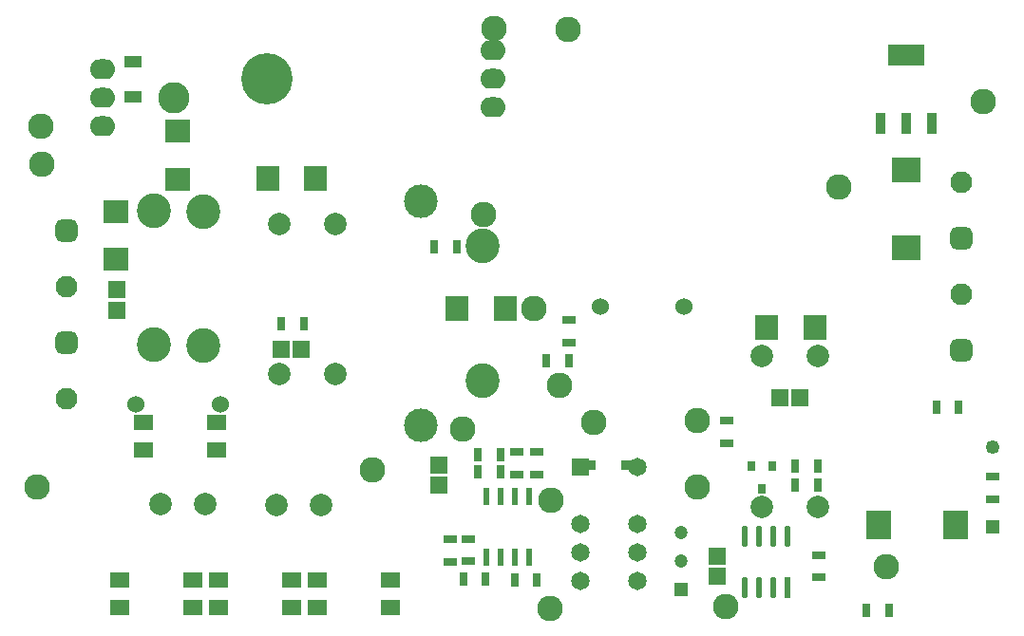
<source format=gbr>
%TF.GenerationSoftware,Altium Limited,Altium Designer,21.6.4 (81)*%
G04 Layer_Color=255*
%FSLAX43Y43*%
%MOMM*%
%TF.SameCoordinates,3FCC9EDD-E33D-4AE7-AC82-89E58AA9E509*%
%TF.FilePolarity,Positive*%
%TF.FileFunction,Pads,Bot*%
%TF.Part,Single*%
G01*
G75*
%TA.AperFunction,TestPad*%
%ADD32C,2.286*%
%TA.AperFunction,ComponentPad*%
%ADD33C,1.650*%
%ADD34R,1.650X1.650*%
%TA.AperFunction,TestPad*%
%ADD35C,1.950*%
G04:AMPARAMS|DCode=36|XSize=1.95mm|YSize=1.95mm|CornerRadius=0.488mm|HoleSize=0mm|Usage=FLASHONLY|Rotation=270.000|XOffset=0mm|YOffset=0mm|HoleType=Round|Shape=RoundedRectangle|*
%AMROUNDEDRECTD36*
21,1,1.950,0.975,0,0,270.0*
21,1,0.975,1.950,0,0,270.0*
1,1,0.975,-0.488,-0.488*
1,1,0.975,-0.488,0.488*
1,1,0.975,0.488,0.488*
1,1,0.975,0.488,-0.488*
%
%ADD36ROUNDEDRECTD36*%
%TA.AperFunction,ComponentPad*%
%ADD37C,2.000*%
%TA.AperFunction,TestPad*%
%ADD38C,2.000*%
%TA.AperFunction,ComponentPad*%
%ADD39C,3.000*%
%TA.AperFunction,TestPad*%
%ADD40C,1.524*%
%TA.AperFunction,ComponentPad*%
%ADD41C,2.286*%
%ADD42O,3.000X3.100*%
%TA.AperFunction,TestPad*%
%ADD43O,2.286X1.778*%
%ADD44C,4.572*%
%TA.AperFunction,ComponentPad*%
%ADD45C,2.794*%
%ADD46O,2.286X1.778*%
%TA.AperFunction,TestPad*%
%ADD47R,1.200X1.200*%
%ADD48C,1.200*%
%ADD49R,1.250X1.250*%
%ADD50C,1.250*%
%TA.AperFunction,SMDPad,CuDef*%
%ADD56R,1.800X1.450*%
%ADD57R,0.900X0.950*%
%ADD58R,0.800X1.250*%
%ADD59R,2.500X2.200*%
%ADD60R,0.950X1.900*%
%ADD61R,3.250X1.900*%
%ADD62R,0.800X0.900*%
%ADD63R,0.600X1.500*%
%ADD64R,2.200X2.500*%
%ADD65R,1.250X0.800*%
%TA.AperFunction,TestPad*%
%ADD66R,2.000X2.300*%
%TA.AperFunction,SMDPad,CuDef*%
%ADD67R,2.300X2.000*%
%ADD68R,1.600X1.000*%
%ADD69R,0.543X1.874*%
G04:AMPARAMS|DCode=70|XSize=1.874mm|YSize=0.543mm|CornerRadius=0.272mm|HoleSize=0mm|Usage=FLASHONLY|Rotation=90.000|XOffset=0mm|YOffset=0mm|HoleType=Round|Shape=RoundedRectangle|*
%AMROUNDEDRECTD70*
21,1,1.874,0.000,0,0,90.0*
21,1,1.331,0.543,0,0,90.0*
1,1,0.543,0.000,0.665*
1,1,0.543,0.000,-0.665*
1,1,0.543,0.000,-0.665*
1,1,0.543,0.000,0.665*
%
%ADD70ROUNDEDRECTD70*%
%ADD71R,1.556X1.505*%
%ADD72R,2.000X2.300*%
%ADD73R,1.505X1.556*%
D32*
X48620Y1504D02*
D03*
X61722Y12294D02*
D03*
X47158Y28198D02*
D03*
X40792Y17428D02*
D03*
X48674Y11100D02*
D03*
X52524Y18098D02*
D03*
X3226Y44475D02*
D03*
X32741Y13792D02*
D03*
X49428Y21336D02*
D03*
X78613Y5159D02*
D03*
X64237Y1614D02*
D03*
X74371Y39065D02*
D03*
X2896Y12294D02*
D03*
X3293Y41097D02*
D03*
X61747Y18236D02*
D03*
D33*
X56355Y14094D02*
D03*
Y9014D02*
D03*
Y6474D02*
D03*
Y3934D02*
D03*
X51275D02*
D03*
Y6474D02*
D03*
Y9014D02*
D03*
D34*
Y14094D02*
D03*
D35*
X5500Y20171D02*
D03*
X5500Y30175D02*
D03*
X85234Y39497D02*
D03*
X85234Y29515D02*
D03*
D36*
X5500Y25171D02*
D03*
X5500Y35175D02*
D03*
X85234Y34497D02*
D03*
X85234Y24515D02*
D03*
D37*
X28194Y10693D02*
D03*
X24194D02*
D03*
X29486Y22384D02*
D03*
X24486D02*
D03*
X17868Y10744D02*
D03*
X13868D02*
D03*
X24486Y35738D02*
D03*
X29486D02*
D03*
D38*
X67500Y10500D02*
D03*
X72500D02*
D03*
Y24000D02*
D03*
X67500D02*
D03*
D39*
X37059Y17811D02*
D03*
X37109Y37786D02*
D03*
D40*
X11693Y19694D02*
D03*
X19193Y19669D02*
D03*
X53061Y28423D02*
D03*
X60561Y28398D02*
D03*
D41*
X50241Y53111D02*
D03*
X43580Y53238D02*
D03*
X42674Y36624D02*
D03*
X87224Y46660D02*
D03*
D42*
X42570Y21788D02*
D03*
Y33788D02*
D03*
X17678Y24886D02*
D03*
Y36886D02*
D03*
X13335Y36963D02*
D03*
Y24963D02*
D03*
D43*
X43557Y51232D02*
D03*
Y48692D02*
D03*
Y46152D02*
D03*
D44*
X23364Y48692D02*
D03*
D45*
X15037Y47015D02*
D03*
D46*
X8687Y44475D02*
D03*
Y47015D02*
D03*
Y49555D02*
D03*
D47*
X60286Y3119D02*
D03*
D48*
Y5659D02*
D03*
Y8199D02*
D03*
D49*
X88036Y8769D02*
D03*
D50*
Y15869D02*
D03*
D56*
X12346Y18040D02*
D03*
X18896D02*
D03*
X12346Y15590D02*
D03*
X18896D02*
D03*
X19030Y3976D02*
D03*
X25580D02*
D03*
X19030Y1526D02*
D03*
X25580D02*
D03*
X16792D02*
D03*
X10242D02*
D03*
X16792Y3976D02*
D03*
X10242D02*
D03*
X34419Y1579D02*
D03*
X27869D02*
D03*
X34419Y4029D02*
D03*
X27869D02*
D03*
D57*
X52248Y14256D02*
D03*
X55398Y14256D02*
D03*
D58*
X45431Y4029D02*
D03*
X47431D02*
D03*
X50274Y23597D02*
D03*
X48274D02*
D03*
X70447Y12487D02*
D03*
X72447D02*
D03*
X42180Y15214D02*
D03*
X44180D02*
D03*
Y13644D02*
D03*
X42180D02*
D03*
X78800Y1274D02*
D03*
X76800D02*
D03*
X72447Y14173D02*
D03*
X70447D02*
D03*
X85023Y19456D02*
D03*
X83023D02*
D03*
X38268Y33738D02*
D03*
X40268D02*
D03*
X42863Y4068D02*
D03*
X40863D02*
D03*
X24679Y26848D02*
D03*
X26679D02*
D03*
D59*
X80366Y33659D02*
D03*
Y40559D02*
D03*
D60*
X82666Y44753D02*
D03*
X80366D02*
D03*
X78066D02*
D03*
D61*
X80366Y50853D02*
D03*
D62*
X66553Y14173D02*
D03*
X68453D02*
D03*
X67503Y12173D02*
D03*
D63*
X42901Y11467D02*
D03*
X44171D02*
D03*
X45441D02*
D03*
X46711D02*
D03*
X42901Y6067D02*
D03*
X44171D02*
D03*
X45441D02*
D03*
X46711D02*
D03*
D64*
X84781Y8915D02*
D03*
X77881D02*
D03*
D65*
X64338Y18200D02*
D03*
Y16200D02*
D03*
X47396Y13406D02*
D03*
Y15406D02*
D03*
X39725Y7655D02*
D03*
Y5655D02*
D03*
X41300Y7659D02*
D03*
Y5659D02*
D03*
X88074Y13243D02*
D03*
Y11243D02*
D03*
X72543Y6235D02*
D03*
Y4235D02*
D03*
X45669Y15406D02*
D03*
Y13406D02*
D03*
X50274Y27162D02*
D03*
Y25162D02*
D03*
D66*
X67929Y26543D02*
D03*
X72229D02*
D03*
D67*
X9906Y32588D02*
D03*
Y36888D02*
D03*
X15443Y39735D02*
D03*
Y44035D02*
D03*
D68*
X11430Y47066D02*
D03*
Y50266D02*
D03*
D69*
X69799Y3293D02*
D03*
D70*
X68529D02*
D03*
X67259D02*
D03*
X65989D02*
D03*
Y7925D02*
D03*
X67259D02*
D03*
X68529D02*
D03*
X69799D02*
D03*
D71*
X63491Y6119D02*
D03*
Y4317D02*
D03*
X9982Y29882D02*
D03*
Y28081D02*
D03*
X38710Y14261D02*
D03*
Y12460D02*
D03*
D72*
X23428Y39853D02*
D03*
X27728D02*
D03*
X40287Y28256D02*
D03*
X44587D02*
D03*
D73*
X69051Y20269D02*
D03*
X70852D02*
D03*
X26428Y24587D02*
D03*
X24626D02*
D03*
%TF.MD5,3df10d1960b658e32beaba99f7a01659*%
M02*

</source>
